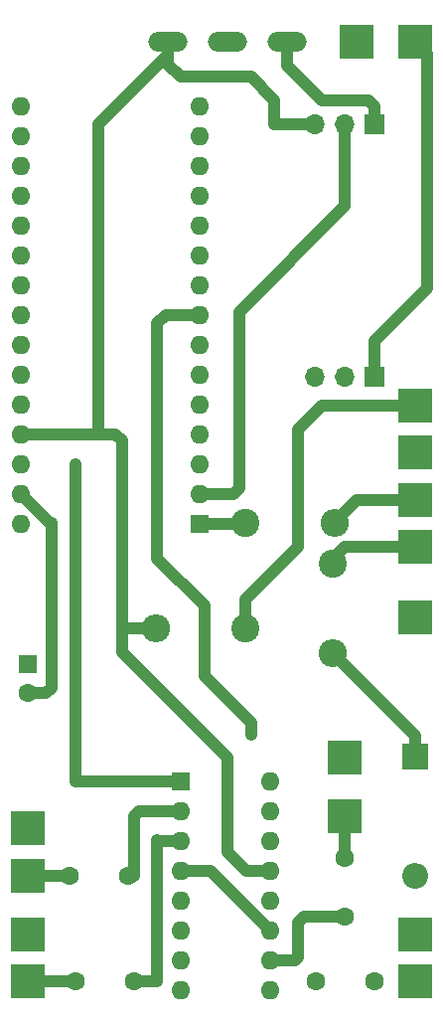
<source format=gbr>
%TF.GenerationSoftware,KiCad,Pcbnew,(6.0.4)*%
%TF.CreationDate,2024-09-07T16:12:38+01:00*%
%TF.ProjectId,pcb,7063622e-6b69-4636-9164-5f7063625858,rev?*%
%TF.SameCoordinates,Original*%
%TF.FileFunction,Copper,L2,Bot*%
%TF.FilePolarity,Positive*%
%FSLAX46Y46*%
G04 Gerber Fmt 4.6, Leading zero omitted, Abs format (unit mm)*
G04 Created by KiCad (PCBNEW (6.0.4)) date 2024-09-07 16:12:38*
%MOMM*%
%LPD*%
G01*
G04 APERTURE LIST*
%TA.AperFunction,ComponentPad*%
%ADD10C,1.600000*%
%TD*%
%TA.AperFunction,ComponentPad*%
%ADD11R,1.600000X1.600000*%
%TD*%
%TA.AperFunction,ComponentPad*%
%ADD12R,2.200000X2.200000*%
%TD*%
%TA.AperFunction,ComponentPad*%
%ADD13O,2.200000X2.200000*%
%TD*%
%TA.AperFunction,ComponentPad*%
%ADD14C,2.400000*%
%TD*%
%TA.AperFunction,ComponentPad*%
%ADD15O,2.400000X2.400000*%
%TD*%
%TA.AperFunction,ComponentPad*%
%ADD16R,3.000000X3.000000*%
%TD*%
%TA.AperFunction,ComponentPad*%
%ADD17O,1.600000X1.600000*%
%TD*%
%TA.AperFunction,ComponentPad*%
%ADD18R,1.700000X1.700000*%
%TD*%
%TA.AperFunction,ComponentPad*%
%ADD19O,1.700000X1.700000*%
%TD*%
%TA.AperFunction,ComponentPad*%
%ADD20O,3.352800X1.676400*%
%TD*%
%TA.AperFunction,ViaPad*%
%ADD21C,0.800000*%
%TD*%
%TA.AperFunction,Conductor*%
%ADD22C,1.000000*%
%TD*%
G04 APERTURE END LIST*
D10*
%TO.P,C,1*%
%TO.N,N/C*%
X223000000Y-124500000D03*
%TO.P,C,2*%
X223000000Y-129500000D03*
%TD*%
%TO.P,C,1*%
%TO.N,N/C*%
X225500000Y-135000000D03*
%TO.P,C,2*%
X220500000Y-135000000D03*
%TD*%
%TO.P,C,1*%
%TO.N,N/C*%
X205000000Y-135000000D03*
%TO.P,C,2*%
X200000000Y-135000000D03*
%TD*%
%TO.P,C,1*%
%TO.N,N/C*%
X204500000Y-126000000D03*
%TO.P,C,2*%
X199500000Y-126000000D03*
%TD*%
D11*
%TO.P,C1,1*%
%TO.N,N/C*%
X196000000Y-108000000D03*
D10*
%TO.P,C1,2*%
X196000000Y-110500000D03*
%TD*%
D12*
%TO.P,D1,1,K*%
%TO.N,N/C*%
X229000000Y-115920000D03*
D13*
%TO.P,D1,2,A*%
X229000000Y-126080000D03*
%TD*%
D14*
%TO.P,,1*%
%TO.N,N/C*%
X222000000Y-99490000D03*
D15*
%TO.P,,2*%
X222000000Y-107110000D03*
%TD*%
D14*
%TO.P,,1*%
%TO.N,N/C*%
X214510000Y-105000000D03*
D15*
%TO.P,,2*%
X206890000Y-105000000D03*
%TD*%
D14*
%TO.P,,1*%
%TO.N,N/C*%
X214490000Y-96000000D03*
D15*
%TO.P,,2*%
X222110000Y-96000000D03*
%TD*%
D16*
%TO.P,,Bottom Right*%
%TO.N,N/C*%
X229000000Y-94000000D03*
%TD*%
%TO.P,,Bottom Left*%
%TO.N,N/C*%
X229000000Y-86000000D03*
%TD*%
%TO.P,,Bottom mid*%
%TO.N,N/C*%
X229000000Y-90000000D03*
%TD*%
%TO.P,REF\u002A\u002A,1*%
%TO.N,N/C*%
X229000000Y-135000000D03*
%TD*%
%TO.P,REF\u002A\u002A,1*%
%TO.N,N/C*%
X196000000Y-135000000D03*
%TD*%
%TO.P,REF\u002A\u002A,1*%
%TO.N,N/C*%
X223000000Y-121000000D03*
%TD*%
%TO.P,REF\u002A\u002A,1*%
%TO.N,N/C*%
X196000000Y-126000000D03*
%TD*%
%TO.P,REF\u002A\u002A,1*%
%TO.N,N/C*%
X229000000Y-131000000D03*
%TD*%
%TO.P,REF\u002A\u002A,1*%
%TO.N,N/C*%
X223000000Y-116000000D03*
%TD*%
%TO.P,REF\u002A\u002A,1*%
%TO.N,N/C*%
X196000000Y-131000000D03*
%TD*%
%TO.P,REF\u002A\u002A,1*%
%TO.N,N/C*%
X196000000Y-122000000D03*
%TD*%
D11*
%TO.P,NANO,1*%
%TO.N,N/C*%
X210610000Y-96050000D03*
D17*
%TO.P,NANO,2*%
X210610000Y-93510000D03*
%TO.P,NANO,3*%
X210610000Y-90970000D03*
%TO.P,NANO,4*%
X210610000Y-88430000D03*
%TO.P,NANO,5*%
X210610000Y-85890000D03*
%TO.P,NANO,6*%
X210610000Y-83350000D03*
%TO.P,NANO,7*%
X210610000Y-80810000D03*
%TO.P,NANO,8*%
X210610000Y-78270000D03*
%TO.P,NANO,9*%
X210610000Y-75730000D03*
%TO.P,NANO,10*%
X210610000Y-73190000D03*
%TO.P,NANO,11*%
X210610000Y-70650000D03*
%TO.P,NANO,12*%
X210610000Y-68110000D03*
%TO.P,NANO,13*%
X210610000Y-65570000D03*
%TO.P,NANO,14*%
X210610000Y-63030000D03*
%TO.P,NANO,15*%
X210610000Y-60490000D03*
%TO.P,NANO,16*%
X195370000Y-60490000D03*
%TO.P,NANO,17*%
X195370000Y-63030000D03*
%TO.P,NANO,18*%
X195370000Y-65570000D03*
%TO.P,NANO,19*%
X195370000Y-68110000D03*
%TO.P,NANO,20*%
X195370000Y-70650000D03*
%TO.P,NANO,21*%
X195370000Y-73190000D03*
%TO.P,NANO,22*%
X195370000Y-75730000D03*
%TO.P,NANO,23*%
X195370000Y-78270000D03*
%TO.P,NANO,24*%
X195370000Y-80810000D03*
%TO.P,NANO,25*%
X195370000Y-83350000D03*
%TO.P,NANO,26*%
X195370000Y-85890000D03*
%TO.P,NANO,27*%
X195370000Y-88430000D03*
%TO.P,NANO,28*%
X195370000Y-90970000D03*
%TO.P,NANO,29*%
X195370000Y-93510000D03*
%TO.P,NANO,30*%
X195370000Y-96050000D03*
%TD*%
D16*
%TO.P,,Bottom Left*%
%TO.N,N/C*%
X224000000Y-55000000D03*
%TD*%
D18*
%TO.P,Vcc\u002C Out\u002C Gnd,1*%
%TO.N,N/C*%
X225525000Y-62025000D03*
D19*
%TO.P,Vcc\u002C Out\u002C Gnd,2*%
X222985000Y-62025000D03*
%TO.P,Vcc\u002C Out\u002C Gnd,3*%
X220445000Y-62025000D03*
%TD*%
D16*
%TO.P,REF\u002A\u002A,1*%
%TO.N,N/C*%
X229000000Y-104000000D03*
%TD*%
D17*
%TO.P,ADG436,16*%
%TO.N,N/C*%
X216620000Y-118000000D03*
%TO.P,ADG436,15*%
X216620000Y-120540000D03*
%TO.P,ADG436,14*%
X216620000Y-123080000D03*
%TO.P,ADG436,13*%
X216620000Y-125620000D03*
%TO.P,ADG436,12*%
X216620000Y-128160000D03*
%TO.P,ADG436,11*%
X216620000Y-130700000D03*
%TO.P,ADG436,10*%
X216620000Y-133240000D03*
%TO.P,ADG436,9*%
X216620000Y-135780000D03*
%TO.P,ADG436,8*%
X209000000Y-135780000D03*
%TO.P,ADG436,7*%
X209000000Y-133240000D03*
%TO.P,ADG436,6*%
X209000000Y-130700000D03*
%TO.P,ADG436,5*%
X209000000Y-128160000D03*
%TO.P,ADG436,4*%
X209000000Y-125620000D03*
%TO.P,ADG436,3*%
X209000000Y-123080000D03*
%TO.P,ADG436,2*%
X209000000Y-120540000D03*
D11*
%TO.P,ADG436,1*%
X209000000Y-118000000D03*
%TD*%
D16*
%TO.P,REF\u002A\u002A,2*%
%TO.N,N/C*%
X229000000Y-98000000D03*
%TD*%
D20*
%TO.P,REF\u002A\u002A,1*%
%TO.N,N/C*%
X218080000Y-55000000D03*
%TO.P,REF\u002A\u002A,2*%
X213000000Y-55000000D03*
%TO.P,REF\u002A\u002A,3*%
X207920000Y-55000000D03*
%TD*%
D18*
%TO.P,Midi In,1*%
%TO.N,N/C*%
X225525000Y-83525000D03*
D19*
%TO.P,Midi In,2*%
X222985000Y-83525000D03*
%TO.P,Midi In,3*%
X220445000Y-83525000D03*
%TD*%
D16*
%TO.P,,Bottom Right*%
%TO.N,N/C*%
X229000000Y-55000000D03*
%TD*%
D21*
%TO.N,*%
X215000000Y-114000000D03*
X200000000Y-91000000D03*
X200000000Y-91000000D03*
%TD*%
D22*
%TO.N,*%
X223000000Y-124500000D02*
X223000000Y-121000000D01*
X219000000Y-130000000D02*
X219500000Y-129500000D01*
X219000000Y-133000000D02*
X219000000Y-130000000D01*
X223000000Y-129500000D02*
X219500000Y-129500000D01*
X204500000Y-126000000D02*
X205000000Y-126000000D01*
X205000000Y-135000000D02*
X207000000Y-135000000D01*
X196000000Y-135000000D02*
X200000000Y-135000000D01*
X198000000Y-96000000D02*
X197860000Y-96000000D01*
X198000000Y-110000000D02*
X198000000Y-96000000D01*
X197860000Y-96000000D02*
X195370000Y-93510000D01*
X197500000Y-110500000D02*
X198000000Y-110000000D01*
X196000000Y-110500000D02*
X197500000Y-110500000D01*
X229000000Y-114110000D02*
X229000000Y-115920000D01*
X222000000Y-107110000D02*
X229000000Y-114110000D01*
X211000000Y-109000000D02*
X215000000Y-113000000D01*
X207000000Y-79000000D02*
X207000000Y-99000000D01*
X215000000Y-113000000D02*
X215000000Y-114000000D01*
X207730000Y-78270000D02*
X207000000Y-79000000D01*
X207000000Y-99000000D02*
X211000000Y-103000000D01*
X210610000Y-78270000D02*
X207730000Y-78270000D01*
X211000000Y-103000000D02*
X211000000Y-109000000D01*
X211540000Y-125620000D02*
X216620000Y-130700000D01*
X209000000Y-125620000D02*
X211540000Y-125620000D01*
X200000000Y-118000000D02*
X209000000Y-118000000D01*
X200000000Y-91000000D02*
X200000000Y-118000000D01*
X221000000Y-86000000D02*
X229000000Y-86000000D01*
X219000000Y-88000000D02*
X221000000Y-86000000D01*
X219000000Y-98000000D02*
X219000000Y-88000000D01*
X214510000Y-102490000D02*
X219000000Y-98000000D01*
X214510000Y-105000000D02*
X214510000Y-102490000D01*
X206890000Y-105000000D02*
X204000000Y-105000000D01*
X204000000Y-105000000D02*
X204000000Y-107000000D01*
X204000000Y-89000000D02*
X204000000Y-105000000D01*
X214440000Y-96050000D02*
X214490000Y-96000000D01*
X210610000Y-96050000D02*
X214440000Y-96050000D01*
X221950000Y-96050000D02*
X224000000Y-94000000D01*
X224000000Y-94000000D02*
X229000000Y-94000000D01*
X223000000Y-98000000D02*
X222000000Y-99000000D01*
X229000000Y-98000000D02*
X223000000Y-98000000D01*
X230000000Y-76000000D02*
X230000000Y-56000000D01*
X230000000Y-56000000D02*
X229000000Y-55000000D01*
X225525000Y-80475000D02*
X230000000Y-76000000D01*
X225525000Y-83525000D02*
X225525000Y-80475000D01*
X215000000Y-58000000D02*
X217000000Y-60000000D01*
X209000000Y-58000000D02*
X215000000Y-58000000D01*
X213490000Y-93510000D02*
X210610000Y-93510000D01*
X214000000Y-93000000D02*
X213490000Y-93510000D01*
X214000000Y-78000000D02*
X214000000Y-93000000D01*
X222985000Y-69015000D02*
X214000000Y-78000000D01*
X222985000Y-62025000D02*
X222985000Y-69015000D01*
X217000000Y-60000000D02*
X217000000Y-62000000D01*
X217000000Y-62000000D02*
X217025000Y-62025000D01*
X217025000Y-62025000D02*
X220445000Y-62025000D01*
X207920000Y-56920000D02*
X209000000Y-58000000D01*
X207920000Y-55000000D02*
X207920000Y-56920000D01*
X214620000Y-125620000D02*
X216620000Y-125620000D01*
X213000000Y-116000000D02*
X213000000Y-124000000D01*
X213000000Y-124000000D02*
X214620000Y-125620000D01*
X204000000Y-107000000D02*
X213000000Y-116000000D01*
X221000000Y-60000000D02*
X218080000Y-57080000D01*
X225000000Y-60000000D02*
X221000000Y-60000000D01*
X225525000Y-60525000D02*
X225000000Y-60000000D01*
X225525000Y-62025000D02*
X225525000Y-60525000D01*
X218080000Y-57080000D02*
X218080000Y-55000000D01*
X202000000Y-62000000D02*
X202000000Y-88000000D01*
X204000000Y-60000000D02*
X202000000Y-62000000D01*
X207920000Y-56080000D02*
X204000000Y-60000000D01*
X207920000Y-55000000D02*
X207920000Y-56080000D01*
X203430000Y-88430000D02*
X204000000Y-89000000D01*
X195370000Y-88430000D02*
X203430000Y-88430000D01*
X218760000Y-133240000D02*
X216620000Y-133240000D01*
X219000000Y-133000000D02*
X218760000Y-133240000D01*
X207080000Y-123080000D02*
X209000000Y-123080000D01*
X207000000Y-123000000D02*
X207080000Y-123080000D01*
X207000000Y-135000000D02*
X207000000Y-123000000D01*
X205000000Y-121000000D02*
X205460000Y-120540000D01*
X205000000Y-126000000D02*
X205000000Y-121000000D01*
X196000000Y-126000000D02*
X199000000Y-126000000D01*
X205460000Y-120540000D02*
X209000000Y-120540000D01*
%TD*%
M02*

</source>
